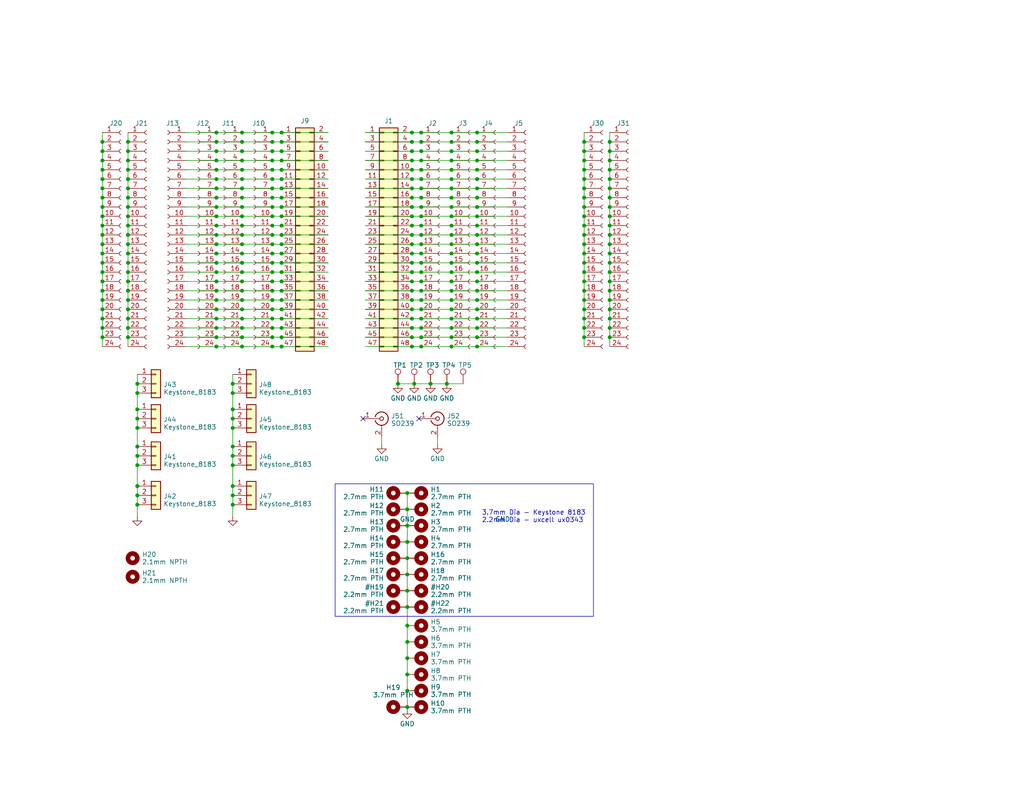
<source format=kicad_sch>
(kicad_sch (version 20230121) (generator eeschema)
  (paper "USLetter")
  (junction (at 112.395 71.755))
  (junction (at 63.5 124.46))
  (junction (at 27.94 76.835))
  (junction (at 166.37 92.075))
  (junction (at 159.385 46.355))
  (junction (at 34.925 89.535))
  (junction (at 74.295 71.755))
  (junction (at 159.385 48.895))
  (junction (at 27.94 92.075))
  (junction (at 112.395 76.835))
  (junction (at 123.19 51.435))
  (junction (at 59.055 64.135))
  (junction (at 74.295 94.615))
  (junction (at 159.385 41.275))
  (junction (at 59.055 51.435))
  (junction (at 76.835 86.995))
  (junction (at 112.395 89.535))
  (junction (at 130.175 38.735))
  (junction (at 27.94 74.295))
  (junction (at 130.175 66.675))
  (junction (at 66.04 89.535))
  (junction (at 37.465 111.76))
  (junction (at 74.295 74.295))
  (junction (at 166.37 53.975))
  (junction (at 37.465 135.255))
  (junction (at 113.03 104.775))
  (junction (at 59.055 36.195))
  (junction (at 63.5 104.775))
  (junction (at 123.19 92.075))
  (junction (at 130.175 59.055))
  (junction (at 66.04 76.835))
  (junction (at 159.385 59.055))
  (junction (at 74.295 81.915))
  (junction (at 27.94 53.975))
  (junction (at 74.295 89.535))
  (junction (at 130.175 86.995))
  (junction (at 66.04 48.895))
  (junction (at 112.395 48.895))
  (junction (at 74.295 79.375))
  (junction (at 66.04 74.295))
  (junction (at 111.125 147.955))
  (junction (at 130.175 76.835))
  (junction (at 59.055 41.275))
  (junction (at 166.37 74.295))
  (junction (at 112.395 56.515))
  (junction (at 27.94 86.995))
  (junction (at 108.585 104.775))
  (junction (at 114.935 71.755))
  (junction (at 66.04 43.815))
  (junction (at 74.295 64.135))
  (junction (at 66.04 41.275))
  (junction (at 76.835 64.135))
  (junction (at 27.94 81.915))
  (junction (at 63.5 116.84))
  (junction (at 76.835 69.215))
  (junction (at 63.5 135.255))
  (junction (at 59.055 76.835))
  (junction (at 66.04 56.515))
  (junction (at 74.295 46.355))
  (junction (at 112.395 94.615))
  (junction (at 63.5 114.3))
  (junction (at 130.175 51.435))
  (junction (at 34.925 66.675))
  (junction (at 159.385 79.375))
  (junction (at 166.37 56.515))
  (junction (at 130.175 92.075))
  (junction (at 27.94 71.755))
  (junction (at 37.465 104.775))
  (junction (at 112.395 79.375))
  (junction (at 114.935 86.995))
  (junction (at 76.835 43.815))
  (junction (at 159.385 69.215))
  (junction (at 166.37 71.755))
  (junction (at 114.935 51.435))
  (junction (at 166.37 89.535))
  (junction (at 166.37 51.435))
  (junction (at 66.04 94.615))
  (junction (at 76.835 84.455))
  (junction (at 112.395 81.915))
  (junction (at 123.19 84.455))
  (junction (at 66.04 66.675))
  (junction (at 130.175 48.895))
  (junction (at 159.385 43.815))
  (junction (at 34.925 71.755))
  (junction (at 59.055 48.895))
  (junction (at 76.835 38.735))
  (junction (at 74.295 92.075))
  (junction (at 66.04 79.375))
  (junction (at 37.465 124.46))
  (junction (at 111.125 139.065))
  (junction (at 159.385 66.675))
  (junction (at 74.295 41.275))
  (junction (at 27.94 41.275))
  (junction (at 59.055 46.355))
  (junction (at 130.175 61.595))
  (junction (at 76.835 59.055))
  (junction (at 112.395 74.295))
  (junction (at 66.04 53.975))
  (junction (at 123.19 94.615))
  (junction (at 159.385 61.595))
  (junction (at 66.04 71.755))
  (junction (at 27.94 43.815))
  (junction (at 112.395 38.735))
  (junction (at 123.19 61.595))
  (junction (at 63.5 137.795))
  (junction (at 59.055 53.975))
  (junction (at 27.94 79.375))
  (junction (at 123.19 86.995))
  (junction (at 112.395 53.975))
  (junction (at 34.925 64.135))
  (junction (at 34.925 38.735))
  (junction (at 123.19 71.755))
  (junction (at 114.935 59.055))
  (junction (at 76.835 74.295))
  (junction (at 114.935 84.455))
  (junction (at 34.925 46.355))
  (junction (at 123.19 41.275))
  (junction (at 76.835 76.835))
  (junction (at 37.465 137.795))
  (junction (at 74.295 48.895))
  (junction (at 166.37 43.815))
  (junction (at 159.385 89.535))
  (junction (at 27.94 46.355))
  (junction (at 34.925 48.895))
  (junction (at 27.94 89.535))
  (junction (at 27.94 66.675))
  (junction (at 130.175 53.975))
  (junction (at 74.295 53.975))
  (junction (at 34.925 76.835))
  (junction (at 111.125 175.26))
  (junction (at 159.385 76.835))
  (junction (at 76.835 48.895))
  (junction (at 76.835 94.615))
  (junction (at 166.37 41.275))
  (junction (at 27.94 56.515))
  (junction (at 76.835 36.195))
  (junction (at 76.835 81.915))
  (junction (at 114.935 81.915))
  (junction (at 114.935 79.375))
  (junction (at 27.94 59.055))
  (junction (at 63.5 127))
  (junction (at 27.94 61.595))
  (junction (at 74.295 69.215))
  (junction (at 76.835 51.435))
  (junction (at 114.935 36.195))
  (junction (at 27.94 48.895))
  (junction (at 130.175 46.355))
  (junction (at 112.395 64.135))
  (junction (at 159.385 56.515))
  (junction (at 34.925 51.435))
  (junction (at 166.37 79.375))
  (junction (at 159.385 74.295))
  (junction (at 159.385 86.995))
  (junction (at 123.19 69.215))
  (junction (at 159.385 92.075))
  (junction (at 66.04 51.435))
  (junction (at 166.37 48.895))
  (junction (at 123.19 81.915))
  (junction (at 63.5 121.92))
  (junction (at 130.175 69.215))
  (junction (at 121.92 104.775))
  (junction (at 112.395 43.815))
  (junction (at 37.465 121.92))
  (junction (at 76.835 41.275))
  (junction (at 34.925 74.295))
  (junction (at 66.04 61.595))
  (junction (at 114.935 48.895))
  (junction (at 111.125 161.29))
  (junction (at 166.37 84.455))
  (junction (at 117.475 104.775))
  (junction (at 114.935 64.135))
  (junction (at 130.175 84.455))
  (junction (at 112.395 92.075))
  (junction (at 66.04 38.735))
  (junction (at 111.125 152.4))
  (junction (at 166.37 69.215))
  (junction (at 63.5 132.715))
  (junction (at 74.295 36.195))
  (junction (at 59.055 59.055))
  (junction (at 111.125 188.595))
  (junction (at 166.37 61.595))
  (junction (at 76.835 71.755))
  (junction (at 112.395 69.215))
  (junction (at 59.055 38.735))
  (junction (at 76.835 56.515))
  (junction (at 34.925 69.215))
  (junction (at 66.04 69.215))
  (junction (at 111.125 184.15))
  (junction (at 166.37 59.055))
  (junction (at 114.935 89.535))
  (junction (at 66.04 81.915))
  (junction (at 112.395 36.195))
  (junction (at 111.125 193.04))
  (junction (at 114.935 41.275))
  (junction (at 59.055 84.455))
  (junction (at 74.295 84.455))
  (junction (at 123.19 79.375))
  (junction (at 114.935 94.615))
  (junction (at 74.295 66.675))
  (junction (at 114.935 38.735))
  (junction (at 34.925 43.815))
  (junction (at 123.19 46.355))
  (junction (at 37.465 127))
  (junction (at 159.385 84.455))
  (junction (at 34.925 79.375))
  (junction (at 37.465 114.3))
  (junction (at 34.925 53.975))
  (junction (at 63.5 111.76))
  (junction (at 166.37 66.675))
  (junction (at 74.295 56.515))
  (junction (at 74.295 61.595))
  (junction (at 130.175 43.815))
  (junction (at 111.125 134.62))
  (junction (at 114.935 43.815))
  (junction (at 111.125 170.815))
  (junction (at 34.925 41.275))
  (junction (at 74.295 59.055))
  (junction (at 66.04 64.135))
  (junction (at 130.175 81.915))
  (junction (at 111.125 179.705))
  (junction (at 159.385 38.735))
  (junction (at 59.055 74.295))
  (junction (at 114.935 61.595))
  (junction (at 111.125 165.735))
  (junction (at 59.055 56.515))
  (junction (at 34.925 59.055))
  (junction (at 111.125 143.51))
  (junction (at 123.19 74.295))
  (junction (at 114.935 92.075))
  (junction (at 34.925 86.995))
  (junction (at 159.385 53.975))
  (junction (at 114.935 76.835))
  (junction (at 74.295 51.435))
  (junction (at 59.055 94.615))
  (junction (at 34.925 61.595))
  (junction (at 159.385 81.915))
  (junction (at 76.835 66.675))
  (junction (at 166.37 38.735))
  (junction (at 63.5 107.315))
  (junction (at 59.055 66.675))
  (junction (at 130.175 36.195))
  (junction (at 130.175 74.295))
  (junction (at 27.94 64.135))
  (junction (at 112.395 86.995))
  (junction (at 37.465 107.315))
  (junction (at 112.395 59.055))
  (junction (at 130.175 89.535))
  (junction (at 66.04 59.055))
  (junction (at 74.295 38.735))
  (junction (at 59.055 43.815))
  (junction (at 123.19 76.835))
  (junction (at 66.04 92.075))
  (junction (at 112.395 66.675))
  (junction (at 166.37 64.135))
  (junction (at 74.295 86.995))
  (junction (at 112.395 51.435))
  (junction (at 74.295 76.835))
  (junction (at 59.055 79.375))
  (junction (at 130.175 71.755))
  (junction (at 114.935 66.675))
  (junction (at 34.925 92.075))
  (junction (at 76.835 53.975))
  (junction (at 112.395 84.455))
  (junction (at 34.925 84.455))
  (junction (at 59.055 69.215))
  (junction (at 123.19 66.675))
  (junction (at 130.175 94.615))
  (junction (at 59.055 89.535))
  (junction (at 76.835 46.355))
  (junction (at 130.175 41.275))
  (junction (at 123.19 53.975))
  (junction (at 114.935 46.355))
  (junction (at 66.04 86.995))
  (junction (at 112.395 41.275))
  (junction (at 112.395 61.595))
  (junction (at 123.19 38.735))
  (junction (at 123.19 56.515))
  (junction (at 114.935 53.975))
  (junction (at 130.175 64.135))
  (junction (at 27.94 69.215))
  (junction (at 130.175 79.375))
  (junction (at 59.055 86.995))
  (junction (at 123.19 43.815))
  (junction (at 111.125 156.845))
  (junction (at 123.19 36.195))
  (junction (at 76.835 89.535))
  (junction (at 59.055 81.915))
  (junction (at 34.925 81.915))
  (junction (at 37.465 116.84))
  (junction (at 27.94 38.735))
  (junction (at 37.465 132.715))
  (junction (at 66.04 46.355))
  (junction (at 159.385 64.135))
  (junction (at 159.385 51.435))
  (junction (at 166.37 81.915))
  (junction (at 114.935 69.215))
  (junction (at 159.385 71.755))
  (junction (at 114.935 74.295))
  (junction (at 130.175 56.515))
  (junction (at 59.055 92.075))
  (junction (at 123.19 89.535))
  (junction (at 76.835 79.375))
  (junction (at 76.835 92.075))
  (junction (at 166.37 86.995))
  (junction (at 34.925 56.515))
  (junction (at 27.94 51.435))
  (junction (at 74.295 43.815))
  (junction (at 76.835 61.595))
  (junction (at 123.19 48.895))
  (junction (at 59.055 61.595))
  (junction (at 114.935 56.515))
  (junction (at 123.19 59.055))
  (junction (at 166.37 46.355))
  (junction (at 66.04 84.455))
  (junction (at 112.395 46.355))
  (junction (at 166.37 76.835))
  (junction (at 27.94 84.455))
  (junction (at 123.19 64.135))
  (junction (at 66.04 36.195))
  (junction (at 59.055 71.755))
  (no_connect (at 114.3 114.3))
  (no_connect (at 99.06 114.3))
  (wire (pts (xy 59.055 66.675) (xy 50.8 66.675)))
  (wire (pts (xy 99.695 48.895) (xy 112.395 48.895)))
  (wire (pts (xy 37.465 135.255) (xy 37.465 137.795)))
  (wire (pts (xy 27.94 79.375) (xy 27.94 81.915)))
  (wire (pts (xy 66.04 81.915) (xy 59.055 81.915)))
  (wire (pts (xy 27.94 89.535) (xy 27.94 92.075)))
  (wire (pts (xy 76.835 38.735) (xy 89.535 38.735)))
  (wire (pts (xy 117.475 104.775) (xy 121.92 104.775)))
  (wire (pts (xy 34.925 51.435) (xy 34.925 53.975)))
  (wire (pts (xy 74.295 38.735) (xy 66.04 38.735)))
  (wire (pts (xy 27.94 43.815) (xy 27.94 46.355)))
  (wire (pts (xy 123.19 79.375) (xy 130.175 79.375)))
  (wire (pts (xy 111.125 179.705) (xy 111.125 184.15)))
  (wire (pts (xy 76.835 61.595) (xy 74.295 61.595)))
  (wire (pts (xy 159.385 43.815) (xy 159.385 46.355)))
  (wire (pts (xy 166.37 41.275) (xy 166.37 43.815)))
  (wire (pts (xy 76.835 84.455) (xy 74.295 84.455)))
  (wire (pts (xy 111.125 193.04) (xy 111.125 193.675)))
  (wire (pts (xy 59.055 74.295) (xy 50.8 74.295)))
  (wire (pts (xy 76.835 51.435) (xy 74.295 51.435)))
  (wire (pts (xy 99.695 43.815) (xy 112.395 43.815)))
  (wire (pts (xy 114.935 53.975) (xy 123.19 53.975)))
  (wire (pts (xy 27.94 36.195) (xy 27.94 38.735)))
  (wire (pts (xy 111.125 134.62) (xy 111.125 139.065)))
  (wire (pts (xy 66.04 94.615) (xy 59.055 94.615)))
  (wire (pts (xy 34.925 59.055) (xy 34.925 61.595)))
  (wire (pts (xy 76.835 89.535) (xy 74.295 89.535)))
  (wire (pts (xy 123.19 53.975) (xy 130.175 53.975)))
  (wire (pts (xy 166.37 48.895) (xy 166.37 51.435)))
  (wire (pts (xy 76.835 38.735) (xy 74.295 38.735)))
  (wire (pts (xy 66.04 66.675) (xy 59.055 66.675)))
  (wire (pts (xy 123.19 43.815) (xy 130.175 43.815)))
  (wire (pts (xy 37.465 114.3) (xy 37.465 116.84)))
  (wire (pts (xy 76.835 46.355) (xy 89.535 46.355)))
  (wire (pts (xy 114.935 66.675) (xy 123.19 66.675)))
  (wire (pts (xy 166.37 76.835) (xy 166.37 79.375)))
  (wire (pts (xy 112.395 41.275) (xy 114.935 41.275)))
  (wire (pts (xy 123.19 51.435) (xy 130.175 51.435)))
  (wire (pts (xy 74.295 36.195) (xy 66.04 36.195)))
  (wire (pts (xy 113.03 104.775) (xy 117.475 104.775)))
  (wire (pts (xy 59.055 94.615) (xy 50.8 94.615)))
  (wire (pts (xy 111.125 175.26) (xy 111.125 179.705)))
  (wire (pts (xy 74.295 51.435) (xy 66.04 51.435)))
  (wire (pts (xy 66.04 64.135) (xy 59.055 64.135)))
  (wire (pts (xy 99.695 36.195) (xy 112.395 36.195)))
  (wire (pts (xy 76.835 36.195) (xy 89.535 36.195)))
  (wire (pts (xy 76.835 69.215) (xy 89.535 69.215)))
  (wire (pts (xy 166.37 79.375) (xy 166.37 81.915)))
  (wire (pts (xy 63.5 102.235) (xy 63.5 104.775)))
  (wire (pts (xy 63.5 127) (xy 63.5 124.46)))
  (wire (pts (xy 130.175 94.615) (xy 138.43 94.615)))
  (wire (pts (xy 34.925 64.135) (xy 34.925 66.675)))
  (wire (pts (xy 114.935 46.355) (xy 123.19 46.355)))
  (wire (pts (xy 74.295 89.535) (xy 66.04 89.535)))
  (wire (pts (xy 76.835 53.975) (xy 74.295 53.975)))
  (wire (pts (xy 27.94 92.075) (xy 27.94 94.615)))
  (wire (pts (xy 76.835 84.455) (xy 89.535 84.455)))
  (wire (pts (xy 76.835 56.515) (xy 74.295 56.515)))
  (wire (pts (xy 27.94 74.295) (xy 27.94 76.835)))
  (wire (pts (xy 63.5 104.775) (xy 63.5 107.315)))
  (wire (pts (xy 166.37 74.295) (xy 166.37 76.835)))
  (wire (pts (xy 112.395 64.135) (xy 114.935 64.135)))
  (wire (pts (xy 159.385 41.275) (xy 159.385 43.815)))
  (wire (pts (xy 130.175 51.435) (xy 138.43 51.435)))
  (wire (pts (xy 59.055 81.915) (xy 50.8 81.915)))
  (wire (pts (xy 34.925 53.975) (xy 34.925 56.515)))
  (wire (pts (xy 74.295 76.835) (xy 66.04 76.835)))
  (wire (pts (xy 114.935 59.055) (xy 123.19 59.055)))
  (wire (pts (xy 34.925 86.995) (xy 34.925 89.535)))
  (wire (pts (xy 130.175 38.735) (xy 138.43 38.735)))
  (wire (pts (xy 66.04 46.355) (xy 59.055 46.355)))
  (wire (pts (xy 166.37 71.755) (xy 166.37 74.295)))
  (wire (pts (xy 159.385 71.755) (xy 159.385 74.295)))
  (wire (pts (xy 123.19 36.195) (xy 130.175 36.195)))
  (wire (pts (xy 63.5 121.92) (xy 63.5 124.46)))
  (wire (pts (xy 111.125 170.815) (xy 111.125 175.26)))
  (wire (pts (xy 112.395 81.915) (xy 114.935 81.915)))
  (wire (pts (xy 63.5 132.715) (xy 63.5 135.255)))
  (wire (pts (xy 59.055 89.535) (xy 50.8 89.535)))
  (wire (pts (xy 99.695 59.055) (xy 112.395 59.055)))
  (wire (pts (xy 114.935 86.995) (xy 123.19 86.995)))
  (wire (pts (xy 111.125 184.15) (xy 111.125 188.595)))
  (wire (pts (xy 74.295 56.515) (xy 66.04 56.515)))
  (wire (pts (xy 99.695 41.275) (xy 112.395 41.275)))
  (wire (pts (xy 74.295 59.055) (xy 66.04 59.055)))
  (wire (pts (xy 166.37 38.735) (xy 166.37 41.275)))
  (wire (pts (xy 74.295 84.455) (xy 66.04 84.455)))
  (wire (pts (xy 63.5 107.315) (xy 63.5 111.76)))
  (wire (pts (xy 34.925 56.515) (xy 34.925 59.055)))
  (wire (pts (xy 63.5 135.255) (xy 63.5 137.795)))
  (wire (pts (xy 119.38 119.38) (xy 119.38 121.285)))
  (wire (pts (xy 123.19 81.915) (xy 130.175 81.915)))
  (wire (pts (xy 76.835 89.535) (xy 89.535 89.535)))
  (wire (pts (xy 166.37 86.995) (xy 166.37 89.535)))
  (wire (pts (xy 76.835 51.435) (xy 89.535 51.435)))
  (wire (pts (xy 74.295 81.915) (xy 66.04 81.915)))
  (wire (pts (xy 159.385 86.995) (xy 159.385 89.535)))
  (wire (pts (xy 159.385 53.975) (xy 159.385 56.515)))
  (wire (pts (xy 76.835 66.675) (xy 89.535 66.675)))
  (wire (pts (xy 130.175 84.455) (xy 138.43 84.455)))
  (wire (pts (xy 111.125 161.29) (xy 111.125 165.735)))
  (wire (pts (xy 76.835 79.375) (xy 89.535 79.375)))
  (wire (pts (xy 99.695 61.595) (xy 112.395 61.595)))
  (wire (pts (xy 111.125 188.595) (xy 111.125 193.04)))
  (wire (pts (xy 63.5 116.84) (xy 63.5 121.92)))
  (wire (pts (xy 34.925 71.755) (xy 34.925 74.295)))
  (wire (pts (xy 123.19 92.075) (xy 130.175 92.075)))
  (wire (pts (xy 123.19 94.615) (xy 130.175 94.615)))
  (wire (pts (xy 27.94 56.515) (xy 27.94 59.055)))
  (wire (pts (xy 159.385 76.835) (xy 159.385 79.375)))
  (wire (pts (xy 112.395 84.455) (xy 114.935 84.455)))
  (wire (pts (xy 114.935 89.535) (xy 123.19 89.535)))
  (wire (pts (xy 27.94 51.435) (xy 27.94 53.975)))
  (wire (pts (xy 159.385 46.355) (xy 159.385 48.895)))
  (wire (pts (xy 27.94 64.135) (xy 27.94 66.675)))
  (wire (pts (xy 59.055 43.815) (xy 50.8 43.815)))
  (wire (pts (xy 34.925 89.535) (xy 34.925 92.075)))
  (wire (pts (xy 76.835 69.215) (xy 74.295 69.215)))
  (wire (pts (xy 112.395 48.895) (xy 114.935 48.895)))
  (wire (pts (xy 123.19 89.535) (xy 130.175 89.535)))
  (wire (pts (xy 63.5 137.795) (xy 63.5 140.97)))
  (wire (pts (xy 112.395 61.595) (xy 114.935 61.595)))
  (wire (pts (xy 112.395 79.375) (xy 114.935 79.375)))
  (wire (pts (xy 130.175 61.595) (xy 138.43 61.595)))
  (wire (pts (xy 76.835 48.895) (xy 89.535 48.895)))
  (wire (pts (xy 66.04 74.295) (xy 59.055 74.295)))
  (wire (pts (xy 99.695 69.215) (xy 112.395 69.215)))
  (wire (pts (xy 59.055 64.135) (xy 50.8 64.135)))
  (wire (pts (xy 112.395 74.295) (xy 114.935 74.295)))
  (wire (pts (xy 123.19 46.355) (xy 130.175 46.355)))
  (wire (pts (xy 76.835 74.295) (xy 89.535 74.295)))
  (wire (pts (xy 66.04 59.055) (xy 59.055 59.055)))
  (wire (pts (xy 99.695 79.375) (xy 112.395 79.375)))
  (wire (pts (xy 76.835 61.595) (xy 89.535 61.595)))
  (wire (pts (xy 27.94 76.835) (xy 27.94 79.375)))
  (wire (pts (xy 99.695 56.515) (xy 112.395 56.515)))
  (wire (pts (xy 112.395 43.815) (xy 114.935 43.815)))
  (wire (pts (xy 74.295 69.215) (xy 66.04 69.215)))
  (wire (pts (xy 130.175 86.995) (xy 138.43 86.995)))
  (wire (pts (xy 166.37 92.075) (xy 166.37 94.615)))
  (wire (pts (xy 99.695 53.975) (xy 112.395 53.975)))
  (wire (pts (xy 99.695 51.435) (xy 112.395 51.435)))
  (wire (pts (xy 76.835 46.355) (xy 74.295 46.355)))
  (wire (pts (xy 76.835 64.135) (xy 89.535 64.135)))
  (wire (pts (xy 63.5 114.3) (xy 63.5 116.84)))
  (wire (pts (xy 34.925 79.375) (xy 34.925 81.915)))
  (wire (pts (xy 27.94 81.915) (xy 27.94 84.455)))
  (wire (pts (xy 130.175 41.275) (xy 138.43 41.275)))
  (wire (pts (xy 37.465 121.92) (xy 37.465 124.46)))
  (wire (pts (xy 76.835 92.075) (xy 74.295 92.075)))
  (wire (pts (xy 114.935 76.835) (xy 123.19 76.835)))
  (wire (pts (xy 76.835 74.295) (xy 74.295 74.295)))
  (wire (pts (xy 76.835 41.275) (xy 89.535 41.275)))
  (wire (pts (xy 76.835 71.755) (xy 74.295 71.755)))
  (wire (pts (xy 74.295 61.595) (xy 66.04 61.595)))
  (wire (pts (xy 76.835 86.995) (xy 89.535 86.995)))
  (wire (pts (xy 114.935 92.075) (xy 123.19 92.075)))
  (wire (pts (xy 37.465 127) (xy 37.465 132.715)))
  (wire (pts (xy 159.385 69.215) (xy 159.385 71.755)))
  (wire (pts (xy 37.465 132.715) (xy 37.465 135.255)))
  (wire (pts (xy 123.19 61.595) (xy 130.175 61.595)))
  (wire (pts (xy 166.37 46.355) (xy 166.37 48.895)))
  (wire (pts (xy 63.5 111.76) (xy 63.5 114.3)))
  (wire (pts (xy 130.175 89.535) (xy 138.43 89.535)))
  (wire (pts (xy 66.04 43.815) (xy 59.055 43.815)))
  (wire (pts (xy 114.935 84.455) (xy 123.19 84.455)))
  (wire (pts (xy 27.94 38.735) (xy 27.94 41.275)))
  (wire (pts (xy 166.37 66.675) (xy 166.37 69.215)))
  (wire (pts (xy 166.37 84.455) (xy 166.37 86.995)))
  (wire (pts (xy 111.125 139.065) (xy 111.125 143.51)))
  (wire (pts (xy 76.835 86.995) (xy 74.295 86.995)))
  (wire (pts (xy 66.04 69.215) (xy 59.055 69.215)))
  (wire (pts (xy 76.835 53.975) (xy 89.535 53.975)))
  (wire (pts (xy 130.175 81.915) (xy 138.43 81.915)))
  (wire (pts (xy 99.695 92.075) (xy 112.395 92.075)))
  (wire (pts (xy 59.055 51.435) (xy 50.8 51.435)))
  (wire (pts (xy 111.125 147.955) (xy 111.125 152.4)))
  (wire (pts (xy 99.695 86.995) (xy 112.395 86.995)))
  (wire (pts (xy 27.94 69.215) (xy 27.94 71.755)))
  (wire (pts (xy 74.295 43.815) (xy 66.04 43.815)))
  (wire (pts (xy 112.395 51.435) (xy 114.935 51.435)))
  (wire (pts (xy 159.385 81.915) (xy 159.385 84.455)))
  (wire (pts (xy 114.935 48.895) (xy 123.19 48.895)))
  (wire (pts (xy 66.04 92.075) (xy 59.055 92.075)))
  (wire (pts (xy 130.175 76.835) (xy 138.43 76.835)))
  (wire (pts (xy 27.94 46.355) (xy 27.94 48.895)))
  (wire (pts (xy 111.125 156.845) (xy 111.125 161.29)))
  (wire (pts (xy 66.04 53.975) (xy 59.055 53.975)))
  (wire (pts (xy 114.935 79.375) (xy 123.19 79.375)))
  (wire (pts (xy 59.055 92.075) (xy 50.8 92.075)))
  (wire (pts (xy 66.04 36.195) (xy 59.055 36.195)))
  (wire (pts (xy 166.37 53.975) (xy 166.37 56.515)))
  (wire (pts (xy 59.055 53.975) (xy 50.8 53.975)))
  (wire (pts (xy 159.385 89.535) (xy 159.385 92.075)))
  (wire (pts (xy 159.385 38.735) (xy 159.385 41.275)))
  (wire (pts (xy 112.395 94.615) (xy 114.935 94.615)))
  (wire (pts (xy 74.295 71.755) (xy 66.04 71.755)))
  (wire (pts (xy 99.695 84.455) (xy 112.395 84.455)))
  (wire (pts (xy 130.175 59.055) (xy 138.43 59.055)))
  (wire (pts (xy 37.465 116.84) (xy 37.465 121.92)))
  (wire (pts (xy 74.295 53.975) (xy 66.04 53.975)))
  (wire (pts (xy 111.125 143.51) (xy 111.125 147.955)))
  (wire (pts (xy 112.395 92.075) (xy 114.935 92.075)))
  (wire (pts (xy 99.695 94.615) (xy 112.395 94.615)))
  (wire (pts (xy 34.925 81.915) (xy 34.925 84.455)))
  (wire (pts (xy 114.935 51.435) (xy 123.19 51.435)))
  (wire (pts (xy 104.14 119.38) (xy 104.14 121.285)))
  (wire (pts (xy 27.94 71.755) (xy 27.94 74.295)))
  (wire (pts (xy 123.19 64.135) (xy 130.175 64.135)))
  (wire (pts (xy 114.935 81.915) (xy 123.19 81.915)))
  (wire (pts (xy 66.04 84.455) (xy 59.055 84.455)))
  (wire (pts (xy 123.19 56.515) (xy 130.175 56.515)))
  (wire (pts (xy 76.835 92.075) (xy 89.535 92.075)))
  (wire (pts (xy 59.055 79.375) (xy 50.8 79.375)))
  (wire (pts (xy 114.935 56.515) (xy 123.19 56.515)))
  (wire (pts (xy 112.395 71.755) (xy 114.935 71.755)))
  (wire (pts (xy 76.835 76.835) (xy 74.295 76.835)))
  (wire (pts (xy 27.94 48.895) (xy 27.94 51.435)))
  (wire (pts (xy 111.125 152.4) (xy 111.125 156.845)))
  (wire (pts (xy 166.37 43.815) (xy 166.37 46.355)))
  (wire (pts (xy 66.04 56.515) (xy 59.055 56.515)))
  (wire (pts (xy 34.925 76.835) (xy 34.925 79.375)))
  (wire (pts (xy 159.385 92.075) (xy 159.385 94.615)))
  (wire (pts (xy 130.175 36.195) (xy 138.43 36.195)))
  (wire (pts (xy 123.19 48.895) (xy 130.175 48.895)))
  (wire (pts (xy 74.295 92.075) (xy 66.04 92.075)))
  (wire (pts (xy 59.055 38.735) (xy 50.8 38.735)))
  (wire (pts (xy 130.175 48.895) (xy 138.43 48.895)))
  (wire (pts (xy 66.04 86.995) (xy 59.055 86.995)))
  (wire (pts (xy 74.295 66.675) (xy 66.04 66.675)))
  (wire (pts (xy 114.935 41.275) (xy 123.19 41.275)))
  (wire (pts (xy 59.055 71.755) (xy 50.8 71.755)))
  (wire (pts (xy 130.175 43.815) (xy 138.43 43.815)))
  (wire (pts (xy 159.385 84.455) (xy 159.385 86.995)))
  (wire (pts (xy 76.835 56.515) (xy 89.535 56.515)))
  (wire (pts (xy 114.935 64.135) (xy 123.19 64.135)))
  (wire (pts (xy 59.055 48.895) (xy 50.8 48.895)))
  (wire (pts (xy 27.94 66.675) (xy 27.94 69.215)))
  (wire (pts (xy 27.94 41.275) (xy 27.94 43.815)))
  (wire (pts (xy 37.465 102.235) (xy 37.465 104.775)))
  (wire (pts (xy 112.395 53.975) (xy 114.935 53.975)))
  (wire (pts (xy 130.175 56.515) (xy 138.43 56.515)))
  (wire (pts (xy 114.935 94.615) (xy 123.19 94.615)))
  (wire (pts (xy 74.295 94.615) (xy 66.04 94.615)))
  (wire (pts (xy 114.935 71.755) (xy 123.19 71.755)))
  (wire (pts (xy 123.19 41.275) (xy 130.175 41.275)))
  (wire (pts (xy 112.395 69.215) (xy 114.935 69.215)))
  (wire (pts (xy 59.055 46.355) (xy 50.8 46.355)))
  (wire (pts (xy 66.04 51.435) (xy 59.055 51.435)))
  (wire (pts (xy 166.37 59.055) (xy 166.37 61.595)))
  (wire (pts (xy 74.295 41.275) (xy 66.04 41.275)))
  (wire (pts (xy 130.175 74.295) (xy 138.43 74.295)))
  (wire (pts (xy 166.37 64.135) (xy 166.37 66.675)))
  (wire (pts (xy 27.94 86.995) (xy 27.94 89.535)))
  (wire (pts (xy 123.19 38.735) (xy 130.175 38.735)))
  (wire (pts (xy 37.465 107.315) (xy 37.465 111.76)))
  (wire (pts (xy 114.935 69.215) (xy 123.19 69.215)))
  (wire (pts (xy 76.835 71.755) (xy 89.535 71.755)))
  (wire (pts (xy 27.94 53.975) (xy 27.94 56.515)))
  (wire (pts (xy 76.835 43.815) (xy 89.535 43.815)))
  (wire (pts (xy 99.695 71.755) (xy 112.395 71.755)))
  (wire (pts (xy 37.465 127) (xy 37.465 124.46)))
  (wire (pts (xy 66.04 71.755) (xy 59.055 71.755)))
  (wire (pts (xy 59.055 61.595) (xy 50.8 61.595)))
  (wire (pts (xy 99.695 66.675) (xy 112.395 66.675)))
  (wire (pts (xy 76.835 94.615) (xy 74.295 94.615)))
  (wire (pts (xy 59.055 69.215) (xy 50.8 69.215)))
  (wire (pts (xy 159.385 48.895) (xy 159.385 51.435)))
  (wire (pts (xy 121.92 104.775) (xy 126.365 104.775)))
  (wire (pts (xy 112.395 38.735) (xy 114.935 38.735)))
  (wire (pts (xy 59.055 76.835) (xy 50.8 76.835)))
  (wire (pts (xy 76.835 81.915) (xy 74.295 81.915)))
  (wire (pts (xy 123.19 71.755) (xy 130.175 71.755)))
  (wire (pts (xy 130.175 66.675) (xy 138.43 66.675)))
  (wire (pts (xy 66.04 79.375) (xy 59.055 79.375)))
  (wire (pts (xy 66.04 41.275) (xy 59.055 41.275)))
  (wire (pts (xy 166.37 89.535) (xy 166.37 92.075)))
  (wire (pts (xy 159.385 59.055) (xy 159.385 61.595)))
  (wire (pts (xy 76.835 41.275) (xy 74.295 41.275)))
  (wire (pts (xy 159.385 36.195) (xy 159.385 38.735)))
  (wire (pts (xy 63.5 127) (xy 63.5 132.715)))
  (wire (pts (xy 114.935 61.595) (xy 123.19 61.595)))
  (wire (pts (xy 99.695 74.295) (xy 112.395 74.295)))
  (wire (pts (xy 123.19 76.835) (xy 130.175 76.835)))
  (wire (pts (xy 114.935 36.195) (xy 123.19 36.195)))
  (wire (pts (xy 112.395 36.195) (xy 114.935 36.195)))
  (wire (pts (xy 112.395 86.995) (xy 114.935 86.995)))
  (wire (pts (xy 114.935 43.815) (xy 123.19 43.815)))
  (wire (pts (xy 76.835 59.055) (xy 74.295 59.055)))
  (wire (pts (xy 112.395 46.355) (xy 114.935 46.355)))
  (wire (pts (xy 166.37 81.915) (xy 166.37 84.455)))
  (wire (pts (xy 123.19 66.675) (xy 130.175 66.675)))
  (wire (pts (xy 66.04 48.895) (xy 59.055 48.895)))
  (wire (pts (xy 166.37 56.515) (xy 166.37 59.055)))
  (wire (pts (xy 159.385 51.435) (xy 159.385 53.975)))
  (wire (pts (xy 66.04 89.535) (xy 59.055 89.535)))
  (wire (pts (xy 76.835 59.055) (xy 89.535 59.055)))
  (wire (pts (xy 130.175 46.355) (xy 138.43 46.355)))
  (wire (pts (xy 159.385 56.515) (xy 159.385 59.055)))
  (wire (pts (xy 74.295 79.375) (xy 66.04 79.375)))
  (wire (pts (xy 74.295 46.355) (xy 66.04 46.355)))
  (wire (pts (xy 76.835 66.675) (xy 74.295 66.675)))
  (wire (pts (xy 59.055 41.275) (xy 50.8 41.275)))
  (wire (pts (xy 74.295 74.295) (xy 66.04 74.295)))
  (wire (pts (xy 130.175 69.215) (xy 138.43 69.215)))
  (wire (pts (xy 59.055 56.515) (xy 50.8 56.515)))
  (wire (pts (xy 34.925 38.735) (xy 34.925 41.275)))
  (wire (pts (xy 34.925 61.595) (xy 34.925 64.135)))
  (wire (pts (xy 99.695 46.355) (xy 112.395 46.355)))
  (wire (pts (xy 166.37 69.215) (xy 166.37 71.755)))
  (wire (pts (xy 34.925 69.215) (xy 34.925 71.755)))
  (wire (pts (xy 76.835 76.835) (xy 89.535 76.835)))
  (wire (pts (xy 66.04 38.735) (xy 59.055 38.735)))
  (wire (pts (xy 114.935 38.735) (xy 123.19 38.735)))
  (wire (pts (xy 166.37 61.595) (xy 166.37 64.135)))
  (wire (pts (xy 34.925 74.295) (xy 34.925 76.835)))
  (wire (pts (xy 99.695 89.535) (xy 112.395 89.535)))
  (wire (pts (xy 76.835 94.615) (xy 89.535 94.615)))
  (wire (pts (xy 130.175 92.075) (xy 138.43 92.075)))
  (wire (pts (xy 34.925 41.275) (xy 34.925 43.815)))
  (wire (pts (xy 166.37 36.195) (xy 166.37 38.735)))
  (wire (pts (xy 34.925 92.075) (xy 34.925 94.615)))
  (wire (pts (xy 74.295 86.995) (xy 66.04 86.995)))
  (wire (pts (xy 123.19 69.215) (xy 130.175 69.215)))
  (wire (pts (xy 123.19 84.455) (xy 130.175 84.455)))
  (wire (pts (xy 130.175 79.375) (xy 138.43 79.375)))
  (wire (pts (xy 37.465 137.795) (xy 37.465 140.97)))
  (wire (pts (xy 130.175 64.135) (xy 138.43 64.135)))
  (wire (pts (xy 59.055 86.995) (xy 50.8 86.995)))
  (wire (pts (xy 59.055 84.455) (xy 50.8 84.455)))
  (wire (pts (xy 99.695 81.915) (xy 112.395 81.915)))
  (wire (pts (xy 34.925 84.455) (xy 34.925 86.995)))
  (wire (pts (xy 27.94 84.455) (xy 27.94 86.995)))
  (wire (pts (xy 114.935 74.295) (xy 123.19 74.295)))
  (wire (pts (xy 76.835 81.915) (xy 89.535 81.915)))
  (wire (pts (xy 166.37 51.435) (xy 166.37 53.975)))
  (wire (pts (xy 99.695 76.835) (xy 112.395 76.835)))
  (wire (pts (xy 74.295 48.895) (xy 66.04 48.895)))
  (wire (pts (xy 123.19 74.295) (xy 130.175 74.295)))
  (wire (pts (xy 34.925 66.675) (xy 34.925 69.215)))
  (wire (pts (xy 34.925 36.195) (xy 34.925 38.735)))
  (wire (pts (xy 159.385 64.135) (xy 159.385 66.675)))
  (wire (pts (xy 66.04 76.835) (xy 59.055 76.835)))
  (wire (pts (xy 159.385 66.675) (xy 159.385 69.215)))
  (wire (pts (xy 34.925 48.895) (xy 34.925 51.435)))
  (wire (pts (xy 112.395 76.835) (xy 114.935 76.835)))
  (wire (pts (xy 159.385 74.295) (xy 159.385 76.835)))
  (wire (pts (xy 112.395 56.515) (xy 114.935 56.515)))
  (wire (pts (xy 76.835 43.815) (xy 74.295 43.815)))
  (wire (pts (xy 34.925 46.355) (xy 34.925 48.895)))
  (wire (pts (xy 34.925 43.815) (xy 34.925 46.355)))
  (wire (pts (xy 111.125 165.735) (xy 111.125 170.815)))
  (wire (pts (xy 130.175 53.975) (xy 138.43 53.975)))
  (wire (pts (xy 108.585 104.775) (xy 113.03 104.775)))
  (wire (pts (xy 112.395 66.675) (xy 114.935 66.675)))
  (wire (pts (xy 123.19 59.055) (xy 130.175 59.055)))
  (wire (pts (xy 74.295 64.135) (xy 66.04 64.135)))
  (wire (pts (xy 76.835 36.195) (xy 74.295 36.195)))
  (wire (pts (xy 112.395 89.535) (xy 114.935 89.535)))
  (wire (pts (xy 76.835 79.375) (xy 74.295 79.375)))
  (wire (pts (xy 59.055 36.195) (xy 50.8 36.195)))
  (wire (pts (xy 37.465 111.76) (xy 37.465 114.3)))
  (wire (pts (xy 76.835 64.135) (xy 74.295 64.135)))
  (wire (pts (xy 159.385 61.595) (xy 159.385 64.135)))
  (wire (pts (xy 27.94 61.595) (xy 27.94 64.135)))
  (wire (pts (xy 59.055 59.055) (xy 50.8 59.055)))
  (wire (pts (xy 27.94 59.055) (xy 27.94 61.595)))
  (wire (pts (xy 130.175 71.755) (xy 138.43 71.755)))
  (wire (pts (xy 76.835 48.895) (xy 74.295 48.895)))
  (wire (pts (xy 66.04 61.595) (xy 59.055 61.595)))
  (wire (pts (xy 99.695 38.735) (xy 112.395 38.735)))
  (wire (pts (xy 159.385 79.375) (xy 159.385 81.915)))
  (wire (pts (xy 99.695 64.135) (xy 112.395 64.135)))
  (wire (pts (xy 37.465 104.775) (xy 37.465 107.315)))
  (wire (pts (xy 123.19 86.995) (xy 130.175 86.995)))
  (wire (pts (xy 112.395 59.055) (xy 114.935 59.055)))
  (rectangle (start 91.44 132.08) (end 161.925 168.275))
  (text "3.7mm Dia - Keystone 8183\n2.2mm Dia - uxcell ux0343" (at 131.445 142.875 0) (effects (font (size 1.27 1.27)) (justify left bottom)))
  (symbol (lib_id "Connector:Conn_01x24_Socket") (at 120.015 64.135 0) (unit 1)
    (property "Reference" "J2" (at 116.84 33.655 0) (effects (justify left)))
    (property "Value" "Conn_01x24_Socket" (effects hide))
    (property "Footprint" "Connector_PinHeader_2.54mm:PinHeader_1x24_P2.54mm_Vertical" (effects hide))
  )
  (symbol (lib_id "Connector:Conn_01x24_Socket") (at 128.27 64.135 0) (unit 1)
    (property "Reference" "J3" (at 125.095 33.655 0) (effects (justify left)))
    (property "Value" "Conn_01x24_Socket" (effects hide))
    (property "Footprint" "Connector_PinHeader_2.54mm:PinHeader_1x24_P2.54mm_Vertical" (effects hide))
  )
  (symbol (lib_id "Connector:Conn_Coaxial") (at 119.38 114.3 0) (unit 1)
    (property "Reference" "J52" (at 121.9201 113.5692 0) (effects (justify left)))
    (property "Value" "SO239" (at 121.9201 115.6172 0) (effects (justify left)))
    (property "Footprint" "cutouts:Connector_RF_SO239_2" (effects hide))
    (property "Datasheet" " ~" (effects hide))
  )
  (symbol (lib_id "Connector_Generic:Conn_01x03") (at 42.545 104.775 0) (unit 1)
    (property "Reference" "J43" (at 44.577 105.021 0) (effects (justify left)))
    (property "Value" "Keystone_8183" (at 44.577 107.069 0) (effects (justify left)))
    (property "Footprint" "cutouts:uxcell_ux0343_90_1x03_P2.54mm_D2.2mm_Vertical" (effects hide))
    (property "AlternateFootprint1" "cutouts:Keystone_8183_1x02_P2.54mm_Vertical" (effects hide))
  )
  (symbol (lib_id "Mechanical:MountingHole_Pad") (at 113.665 161.29 270) (unit 1)
    (property "Reference" "#H20" (at 117.475 160.266 90) (effects (justify left)))
    (property "Value" "2.2mm PTH" (at 117.475 162.314 90) (effects (justify left)))
    (property "Footprint" "MountingHole:MountingHole_2.2mm_M2_Pad" (effects hide))
  )
  (symbol (lib_id "Connector_Generic:Conn_01x03") (at 68.58 135.255 0) (unit 1)
    (property "Reference" "J47" (at 70.612 135.501 0) (effects (justify left)))
    (property "Value" "Keystone_8183" (at 70.612 137.549 0) (effects (justify left)))
    (property "Footprint" "cutouts:uxcell_ux0343_90_1x03_P2.54mm_D2.2mm_Vertical" (effects hide))
    (property "AlternateFootprint1" "cutouts:Keystone_8183_1x02_P2.54mm_Vertical" (effects hide))
  )
  (symbol (lib_id "Mechanical:MountingHole_Pad") (at 108.585 165.735 90) (mirror x) (unit 1)
    (property "Reference" "#H21" (at 104.7751 164.711 90) (effects (justify left)))
    (property "Value" "2.2mm PTH" (at 104.7751 166.759 90) (effects (justify left)))
    (property "Footprint" "MountingHole:MountingHole_2.2mm_M2_Pad" (effects hide))
  )
  (symbol (lib_id "Mechanical:MountingHole_Pad") (at 113.665 143.51 270) (unit 1)
    (property "Reference" "H3" (at 117.475 142.486 90) (effects (justify left)))
    (property "Value" "2.7mm PTH" (at 117.475 144.534 90) (effects (justify left)))
    (property "Footprint" "MountingHole:MountingHole_2.7mm_M2.5_Pad" (effects hide))
  )
  (symbol (lib_id "power:GND") (at 117.475 104.775 0) (unit 1)
    (property "Reference" "#PWR03" (effects hide))
    (property "Value" "GND" (at 117.475 108.72 0))
  )
  (symbol (lib_id "Connector:Conn_01x24_Socket") (at 45.72 64.135 0) (mirror y) (unit 1)
    (property "Reference" "J13" (at 48.895 33.655 0) (effects (justify left)))
    (property "Value" "Conn_01x24_Socket" (effects hide))
    (property "Footprint" "Connector_PinHeader_2.54mm:PinHeader_1x24_P2.54mm_Vertical" (effects hide))
  )
  (symbol (lib_id "Mechanical:MountingHole_Pad") (at 113.665 184.15 270) (unit 1)
    (property "Reference" "H8" (at 117.475 183.126 90) (effects (justify left)))
    (property "Value" "3.7mm PTH" (at 117.475 185.174 90) (effects (justify left)))
    (property "Footprint" "MountingHole:MountingHole_3.7mm_Pad" (effects hide))
  )
  (symbol (lib_id "Connector:Conn_01x24_Socket") (at 135.255 64.135 0) (unit 1)
    (property "Reference" "J4" (at 132.08 33.655 0) (effects (justify left)))
    (property "Value" "Conn_01x24_Socket" (effects hide))
    (property "Footprint" "Connector_PinHeader_2.54mm:PinHeader_1x24_P2.54mm_Vertical" (effects hide))
  )
  (symbol (lib_id "power:GND") (at 63.5 140.97 0) (unit 1)
    (property "Reference" "#PWR09" (effects hide))
    (property "Value" "GND" (at 137.16 141.74 0))
  )
  (symbol (lib_id "Mechanical:MountingHole_Pad") (at 113.665 179.705 270) (unit 1)
    (property "Reference" "H7" (at 117.475 178.681 90) (effects (justify left)))
    (property "Value" "3.7mm PTH" (at 117.475 180.729 90) (effects (justify left)))
    (property "Footprint" "MountingHole:MountingHole_3.7mm_Pad" (effects hide))
  )
  (symbol (lib_id "Connector:Conn_01x24_Socket") (at 164.465 64.135 0) (unit 1)
    (property "Reference" "J30" (at 161.29 33.655 0) (effects (justify left)))
    (property "Value" "Conn_01x24_Socket" (effects hide))
    (property "Footprint" "Connector_PinHeader_2.54mm:PinHeader_1x24_P2.54mm_Vertical" (effects hide))
  )
  (symbol (lib_id "power:GND") (at 111.125 193.675 0) (unit 1)
    (property "Reference" "#PWR06" (effects hide))
    (property "Value" "GND" (at 111.125 197.62 0))
  )
  (symbol (lib_id "Mechanical:MountingHole_Pad") (at 113.665 193.04 270) (unit 1)
    (property "Reference" "H10" (at 117.475 192.016 90) (effects (justify left)))
    (property "Value" "3.7mm PTH" (at 117.475 194.064 90) (effects (justify left)))
    (property "Footprint" "MountingHole:MountingHole_3.7mm_Pad" (effects hide))
  )
  (symbol (lib_id "power:GND") (at 113.03 104.775 0) (unit 1)
    (property "Reference" "#PWR02" (effects hide))
    (property "Value" "GND" (at 113.03 108.72 0))
  )
  (symbol (lib_id "Mechanical:MountingHole_Pad") (at 108.585 143.51 90) (mirror x) (unit 1)
    (property "Reference" "H13" (at 104.775 142.486 90) (effects (justify left)))
    (property "Value" "2.7mm PTH" (at 104.775 144.534 90) (effects (justify left)))
    (property "Footprint" "MountingHole:MountingHole_2.7mm_M2.5_Pad" (effects hide))
  )
  (symbol (lib_id "power:GND") (at 119.38 121.285 0) (unit 1)
    (property "Reference" "#PWR08" (effects hide))
    (property "Value" "GND" (at 119.38 125.23 0))
  )
  (symbol (lib_id "power:GND") (at 121.92 104.775 0) (unit 1)
    (property "Reference" "#PWR04" (effects hide))
    (property "Value" "GND" (at 121.92 108.72 0))
  )
  (symbol (lib_id "Connector_Generic:Conn_01x03") (at 68.58 114.3 0) (unit 1)
    (property "Reference" "J45" (at 70.612 114.546 0) (effects (justify left)))
    (property "Value" "Keystone_8183" (at 70.612 116.594 0) (effects (justify left)))
    (property "Footprint" "cutouts:uxcell_ux0343_90_1x03_P2.54mm_D2.2mm_Vertical" (effects hide))
    (property "AlternateFootprint1" "cutouts:Keystone_8183_1x02_P2.54mm_Vertical" (effects hide))
  )
  (symbol (lib_id "Connector:Conn_Coaxial") (at 104.14 114.3 0) (unit 1)
    (property "Reference" "J51" (at 106.6801 113.5692 0) (effects (justify left)))
    (property "Value" "SO239" (at 106.6801 115.6172 0) (effects (justify left)))
    (property "Footprint" "cutouts:Connector_RF_SO239_2" (effects hide))
    (property "Datasheet" " ~" (effects hide))
  )
  (symbol (lib_id "Connector_Generic:Conn_01x03") (at 42.545 135.255 0) (unit 1)
    (property "Reference" "J42" (at 44.577 135.501 0) (effects (justify left)))
    (property "Value" "Keystone_8183" (at 44.577 137.549 0) (effects (justify left)))
    (property "Footprint" "cutouts:uxcell_ux0343_90_1x03_P2.54mm_D2.2mm_Vertical" (effects hide))
    (property "AlternateFootprint1" "cutouts:Keystone_8183_1x02_P2.54mm_Vertical" (effects hide))
  )
  (symbol (lib_id "Connector:Conn_01x24_Socket") (at 40.005 64.135 0) (unit 1)
    (property "Reference" "J21" (at 36.83 33.655 0) (effects (justify left)))
    (property "Value" "Conn_01x24_Socket" (effects hide))
    (property "Footprint" "Connector_PinHeader_2.54mm:PinHeader_1x24_P2.54mm_Vertical" (effects hide))
  )
  (symbol (lib_id "power:GND") (at 104.14 121.285 0) (unit 1)
    (property "Reference" "#PWR07" (effects hide))
    (property "Value" "GND" (at 104.14 125.23 0))
  )
  (symbol (lib_id "Connector:Conn_01x24_Socket") (at 60.96 64.135 0) (mirror y) (unit 1)
    (property "Reference" "J11" (at 64.135 33.655 0) (effects (justify left)))
    (property "Value" "Conn_01x24_Socket" (effects hide))
    (property "Footprint" "Connector_PinHeader_2.54mm:PinHeader_1x24_P2.54mm_Vertical" (effects hide))
  )
  (symbol (lib_id "Mechanical:MountingHole") (at 36.195 157.48 0) (unit 1)
    (property "Reference" "H21" (at 38.735 156.456 0) (effects (justify left)))
    (property "Value" "2.1mm NPTH" (at 38.735 158.504 0) (effects (justify left)))
    (property "Footprint" "MountingHole:MountingHole_2.1mm" (effects hide))
  )
  (symbol (lib_id "Mechanical:MountingHole_Pad") (at 108.585 134.62 90) (mirror x) (unit 1)
    (property "Reference" "H11" (at 104.775 133.596 90) (effects (justify left)))
    (property "Value" "2.7mm PTH" (at 104.775 135.644 90) (effects (justify left)))
    (property "Footprint" "MountingHole:MountingHole_2.7mm_M2.5_Pad" (effects hide))
  )
  (symbol (lib_id "Mechanical:MountingHole_Pad") (at 113.665 175.26 270) (unit 1)
    (property "Reference" "H6" (at 117.475 174.236 90) (effects (justify left)))
    (property "Value" "3.7mm PTH" (at 117.475 176.284 90) (effects (justify left)))
    (property "Footprint" "MountingHole:MountingHole_3.7mm_Pad" (effects hide))
  )
  (symbol (lib_id "Mechanical:MountingHole_Pad") (at 108.585 152.4 90) (mirror x) (unit 1)
    (property "Reference" "H15" (at 104.775 151.376 90) (effects (justify left)))
    (property "Value" "2.7mm PTH" (at 104.775 153.424 90) (effects (justify left)))
    (property "Footprint" "MountingHole:MountingHole_2.7mm_M2.5_Pad" (effects hide))
  )
  (symbol (lib_id "Mechanical:MountingHole_Pad") (at 113.665 165.735 270) (unit 1)
    (property "Reference" "#H22" (at 117.475 164.711 90) (effects (justify left)))
    (property "Value" "2.2mm PTH" (at 117.475 166.759 90) (effects (justify left)))
    (property "Footprint" "MountingHole:MountingHole_2.2mm_M2_Pad" (effects hide))
  )
  (symbol (lib_id "Mechanical:MountingHole_Pad") (at 108.585 193.04 90) (unit 1)
    (property "Reference" "H19" (at 107.315 187.682 90))
    (property "Value" "3.7mm PTH" (at 107.315 189.73 90))
    (property "Footprint" "MountingHole:MountingHole_3.7mm_Pad" (effects hide))
  )
  (symbol (lib_id "Mechanical:MountingHole_Pad") (at 108.585 147.955 90) (mirror x) (unit 1)
    (property "Reference" "H14" (at 104.775 146.931 90) (effects (justify left)))
    (property "Value" "2.7mm PTH" (at 104.775 148.979 90) (effects (justify left)))
    (property "Footprint" "MountingHole:MountingHole_2.7mm_M2.5_Pad" (effects hide))
  )
  (symbol (lib_id "Mechanical:MountingHole_Pad") (at 108.585 156.845 90) (mirror x) (unit 1)
    (property "Reference" "H17" (at 104.775 155.821 90) (effects (justify left)))
    (property "Value" "2.7mm PTH" (at 104.775 157.869 90) (effects (justify left)))
    (property "Footprint" "MountingHole:MountingHole_2.7mm_M2.5_Pad" (effects hide))
  )
  (symbol (lib_id "Connector_Generic:Conn_01x03") (at 68.58 104.775 0) (unit 1)
    (property "Reference" "J48" (at 70.612 105.021 0) (effects (justify left)))
    (property "Value" "Keystone_8183" (at 70.612 107.069 0) (effects (justify left)))
    (property "Footprint" "cutouts:uxcell_ux0343_90_1x03_P2.54mm_D2.2mm_Vertical" (effects hide))
    (property "AlternateFootprint1" "cutouts:Keystone_8183_1x02_P2.54mm_Vertical" (effects hide))
  )
  (symbol (lib_id "Mechanical:MountingHole_Pad") (at 113.665 188.595 270) (unit 1)
    (property "Reference" "H9" (at 117.475 187.571 90) (effects (justify left)))
    (property "Value" "3.7mm PTH" (at 117.475 189.619 90) (effects (justify left)))
    (property "Footprint" "MountingHole:MountingHole_3.7mm_Pad" (effects hide))
  )
  (symbol (lib_id "Mechanical:MountingHole") (at 36.195 152.4 0) (unit 1)
    (property "Reference" "H20" (at 38.735 151.376 0) (effects (justify left)))
    (property "Value" "2.1mm NPTH" (at 38.735 153.424 0) (effects (justify left)))
    (property "Footprint" "MountingHole:MountingHole_2.1mm" (effects hide))
  )
  (symbol (lib_id "Connector_Generic:Conn_02x24_Odd_Even") (at 104.775 64.135 0) (unit 1)
    (property "Reference" "J1" (at 106.045 33.02 0))
    (property "Value" "Conn_02x24_Odd_Even" (effects hide))
    (property "Footprint" "Connector_PinHeader_2.54mm:PinHeader_2x24_P2.54mm_Vertical" (effects hide))
  )
  (symbol (lib_id "Mechanical:MountingHole_Pad") (at 108.585 139.065 90) (mirror x) (unit 1)
    (property "Reference" "H12" (at 104.775 138.041 90) (effects (justify left)))
    (property "Value" "2.7mm PTH" (at 104.775 140.089 90) (effects (justify left)))
    (property "Footprint" "MountingHole:MountingHole_2.7mm_M2.5_Pad" (effects hide))
  )
  (symbol (lib_id "Connector:Conn_01x24_Socket") (at 171.45 64.135 0) (unit 1)
    (property "Reference" "J31" (at 168.275 33.655 0) (effects (justify left)))
    (property "Value" "Conn_01x24_Socket" (effects hide))
    (property "Footprint" "Connector_PinHeader_2.54mm:PinHeader_1x24_P2.54mm_Vertical" (effects hide))
  )
  (symbol (lib_id "Connector:TestPoint") (at 121.92 104.775 0) (unit 1)
    (property "Reference" "TP4" (at 120.65 99.695 0) (effects (justify left)))
    (property "Value" "TestPoint" (effects hide))
    (property "Footprint" "TestPoint:TestPoint_Loop_D1.80mm_Drill1.0mm_Beaded" (effects hide))
  )
  (symbol (lib_id "Mechanical:MountingHole_Pad") (at 113.665 147.955 270) (unit 1)
    (property "Reference" "H4" (at 117.475 146.931 90) (effects (justify left)))
    (property "Value" "2.7mm PTH" (at 117.475 148.979 90) (effects (justify left)))
    (property "Footprint" "MountingHole:MountingHole_2.7mm_M2.5_Pad" (effects hide))
  )
  (symbol (lib_id "power:GND") (at 108.585 104.775 0) (unit 1)
    (property "Reference" "#PWR01" (effects hide))
    (property "Value" "GND" (at 108.585 108.72 0))
  )
  (symbol (lib_id "Mechanical:MountingHole_Pad") (at 113.665 134.62 270) (unit 1)
    (property "Reference" "H1" (at 117.475 133.596 90) (effects (justify left)))
    (property "Value" "2.7mm PTH" (at 117.475 135.644 90) (effects (justify left)))
    (property "Footprint" "MountingHole:MountingHole_2.7mm_M2.5_Pad" (effects hide))
  )
  (symbol (lib_id "Connector:TestPoint") (at 117.475 104.775 0) (unit 1)
    (property "Reference" "TP3" (at 116.205 99.695 0) (effects (justify left)))
    (property "Value" "TestPoint" (effects hide))
    (property "Footprint" "TestPoint:TestPoint_Loop_D1.80mm_Drill1.0mm_Beaded" (effects hide))
  )
  (symbol (lib_id "Connector:TestPoint") (at 108.585 104.775 0) (unit 1)
    (property "Reference" "TP1" (at 107.315 99.695 0) (effects (justify left)))
    (property "Value" "TestPoint" (effects hide))
    (property "Footprint" "TestPoint:TestPoint_Loop_D1.80mm_Drill1.0mm_Beaded" (effects hide))
  )
  (symbol (lib_id "Mechanical:MountingHole_Pad") (at 113.665 170.815 270) (unit 1)
    (property "Reference" "H5" (at 117.475 169.791 90) (effects (justify left)))
    (property "Value" "3.7mm PTH" (at 117.475 171.839 90) (effects (justify left)))
    (property "Footprint" "MountingHole:MountingHole_3.7mm_Pad" (effects hide))
  )
  (symbol (lib_id "power:GND") (at 37.465 140.97 0) (unit 1)
    (property "Reference" "#PWR05" (effects hide))
    (property "Value" "GND" (at 111.125 141.74 0))
  )
  (symbol (lib_id "Connector:Conn_01x24_Socket") (at 53.975 64.135 0) (mirror y) (unit 1)
    (property "Reference" "J12" (at 57.15 33.655 0) (effects (justify left)))
    (property "Value" "Conn_01x24_Socket" (effects hide))
    (property "Footprint" "Connector_PinHeader_2.54mm:PinHeader_1x24_P2.54mm_Vertical" (effects hide))
  )
  (symbol (lib_id "Connector:TestPoint") (at 113.03 104.775 0) (unit 1)
    (property "Reference" "TP2" (at 111.76 99.695 0) (effects (justify left)))
    (property "Value" "TestPoint" (effects hide))
    (property "Footprint" "TestPoint:TestPoint_Loop_D1.80mm_Drill1.0mm_Beaded" (effects hide))
  )
  (symbol (lib_id "Connector_Generic:Conn_01x03") (at 68.58 124.46 0) (unit 1)
    (property "Reference" "J46" (at 70.612 124.706 0) (effects (justify left)))
    (property "Value" "Keystone_8183" (at 70.612 126.754 0) (effects (justify left)))
    (property "Footprint" "cutouts:uxcell_ux0343_90_1x03_P2.54mm_D2.2mm_Vertical" (effects hide))
    (property "AlternateFootprint1" "cutouts:Keystone_8183_1x02_P2.54mm_Vertical" (effects hide))
  )
  (symbol (lib_id "Connector_Generic:Conn_01x03") (at 42.545 124.46 0) (unit 1)
    (property "Reference" "J41" (at 44.577 124.706 0) (effects (justify left)))
    (property "Value" "Keystone_8183" (at 44.577 126.754 0) (effects (justify left)))
    (property "Footprint" "cutouts:uxcell_ux0343_90_1x03_P2.54mm_D2.2mm_Vertical" (effects hide))
    (property "AlternateFootprint1" "cutouts:Keystone_8183_1x02_P2.54mm_Vertical" (effects hide))
  )
  (symbol (lib_id "Mechanical:MountingHole_Pad") (at 108.585 161.29 90) (mirror x) (unit 1)
    (property "Reference" "#H19" (at 104.7751 160.266 90) (effects (justify left)))
    (property "Value" "2.2mm PTH" (at 104.7751 162.314 90) (effects (justify left)))
    (property "Footprint" "MountingHole:MountingHole_2.2mm_M2_Pad" (effects hide))
  )
  (symbol (lib_id "Mechanical:MountingHole_Pad") (at 113.665 139.065 270) (unit 1)
    (property "Reference" "H2" (at 117.475 138.041 90) (effects (justify left)))
    (property "Value" "2.7mm PTH" (at 117.475 140.089 90) (effects (justify left)))
    (property "Footprint" "MountingHole:MountingHole_2.7mm_M2.5_Pad" (effects hide))
  )
  (symbol (lib_id "Mechanical:MountingHole_Pad") (at 113.665 156.845 270) (unit 1)
    (property "Reference" "H18" (at 117.475 155.821 90) (effects (justify left)))
    (property "Value" "2.7mm PTH" (at 117.475 157.869 90) (effects (justify left)))
    (property "Footprint" "MountingHole:MountingHole_2.7mm_M2.5_Pad" (effects hide))
  )
  (symbol (lib_id "Connector_Generic:Conn_01x03") (at 42.545 114.3 0) (unit 1)
    (property "Reference" "J44" (at 44.577 114.546 0) (effects (justify left)))
    (property "Value" "Keystone_8183" (at 44.577 116.594 0) (effects (justify left)))
    (property "Footprint" "cutouts:uxcell_ux0343_90_1x03_P2.54mm_D2.2mm_Vertical" (effects hide))
    (property "AlternateFootprint1" "cutouts:Keystone_8183_1x02_P2.54mm_Vertical" (effects hide))
  )
  (symbol (lib_id "Connector_Generic:Conn_02x24_Odd_Even") (at 81.915 64.135 0) (unit 1)
    (property "Reference" "J9" (at 83.185 33.02 0))
    (property "Value" "Conn_02x24_Odd_Even" (effects hide))
    (property "Footprint" "Connector_PinHeader_2.54mm:PinHeader_2x24_P2.54mm_Vertical" (effects hide))
  )
  (symbol (lib_id "Connector:TestPoint") (at 126.365 104.775 0) (unit 1)
    (property "Reference" "TP5" (at 125.095 99.695 0) (effects (justify left)))
    (property "Value" "TestPoint" (effects hide))
    (property "Footprint" "cutouts:TestPoint_Pad_D0.5mm" (effects hide))
  )
  (symbol (lib_id "Mechanical:MountingHole_Pad") (at 113.665 152.4 270) (unit 1)
    (property "Reference" "H16" (at 117.475 151.376 90) (effects (justify left)))
    (property "Value" "2.7mm PTH" (at 117.475 153.424 90) (effects (justify left)))
    (property "Footprint" "MountingHole:MountingHole_2.7mm_M2.5_Pad" (effects hide))
  )
  (symbol (lib_id "Connector:Conn_01x24_Socket") (at 69.215 64.135 0) (mirror y) (unit 1)
    (property "Reference" "J10" (at 72.39 33.655 0) (effects (justify left)))
    (property "Value" "Conn_01x24_Socket" (effects hide))
    (property "Footprint" "Connector_PinHeader_2.54mm:PinHeader_1x24_P2.54mm_Vertical" (effects hide))
  )
  (symbol (lib_id "Connector:Conn_01x24_Socket") (at 143.51 64.135 0) (unit 1)
    (property "Reference" "J5" (at 140.335 33.655 0) (effects (justify left)))
    (property "Value" "Conn_01x24_Socket" (effects hide))
    (property "Footprint" "Connector_PinHeader_2.54mm:PinHeader_1x24_P2.54mm_Vertical" (effects hide))
  )
  (symbol (lib_id "Connector:Conn_01x24_Socket") (at 33.02 64.135 0) (unit 1)
    (property "Reference" "J20" (at 29.845 33.655 0) (effects (justify left)))
    (property "Value" "Conn_01x24_Socket" (effects hide))
    (property "Footprint" "Connector_PinHeader_2.54mm:PinHeader_1x24_P2.54mm_Vertical" (effects hide))
  )
)
</source>
